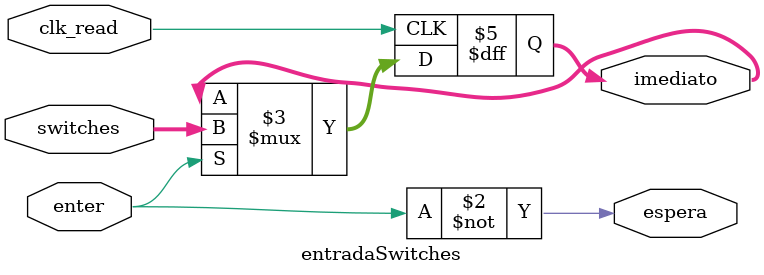
<source format=v>
module entradaSwitches
(
	input [15:0] switches,
	input enter,
	input clk_read,
	output reg [15:0] imediato,
	output espera
);

	always @(posedge clk_read)
	begin
		if(enter) imediato <= switches;
	end
	
	assign espera = ~ enter;

endmodule 
</source>
